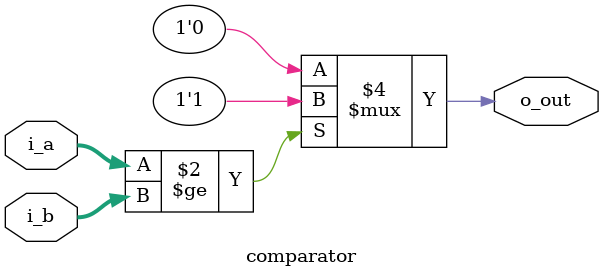
<source format=sv>
module comparator(i_a, i_b, o_out);

    parameter N = 8;
    input logic [N-1:0] i_a;
    input logic [N-1:0] i_b;
    output logic o_out;

    always_comb begin
        if(i_a >= i_b) begin
            o_out = 1'b1;
        end
        else begin
            o_out = 1'b0;
        end
    end

endmodule
</source>
